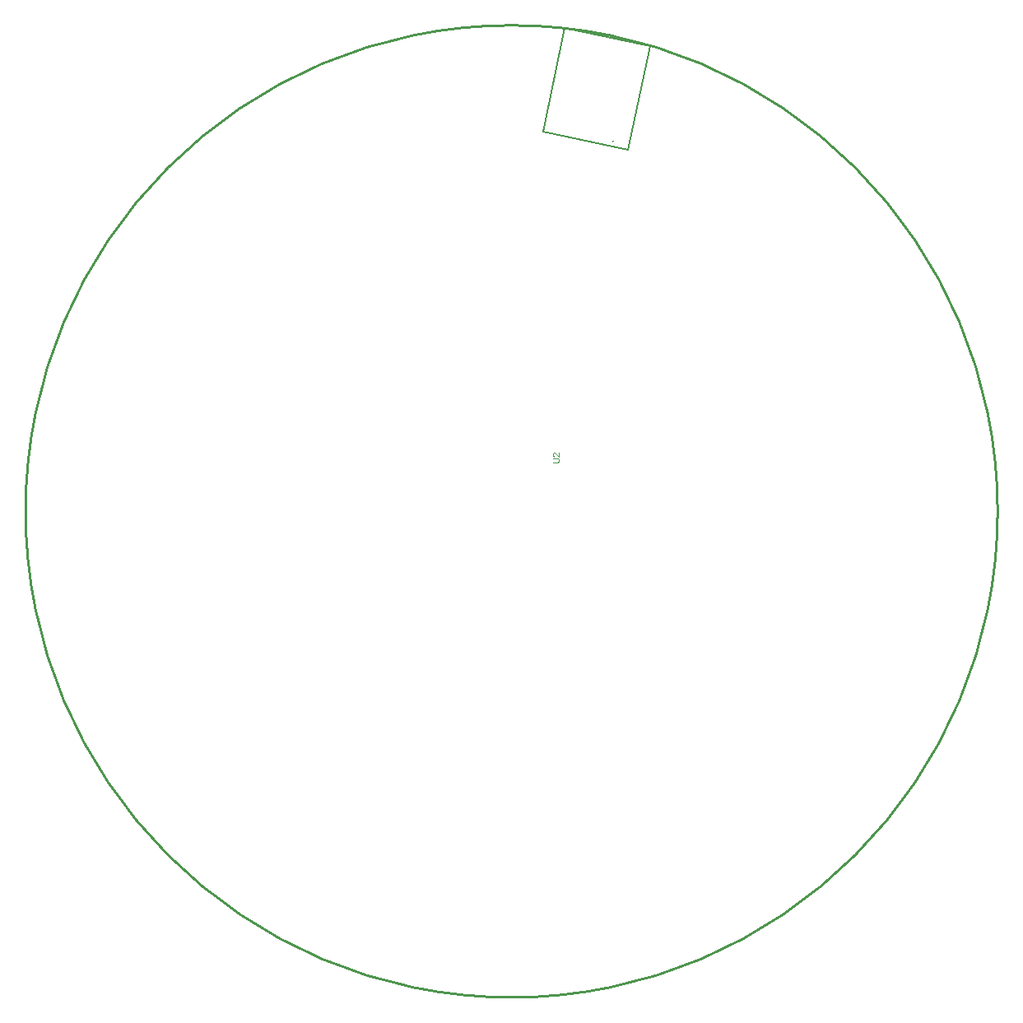
<source format=gm1>
G04 Layer_Color=16711935*
%FSLAX25Y25*%
%MOIN*%
G70*
G01*
G75*
%ADD65C,0.01000*%
%ADD84C,0.00500*%
%ADD85C,0.00315*%
D65*
X196850Y0D02*
G03*
X196850Y0I-196850J0D01*
G01*
D84*
X41138Y149833D02*
G03*
X41138Y149833I-236J0D01*
G01*
X47163Y146530D02*
X56044Y188313D01*
X21539Y195647D02*
X56044Y188313D01*
X12658Y153864D02*
X21539Y195647D01*
X12658Y153864D02*
X47163Y146530D01*
D85*
X16818Y19917D02*
X18786D01*
X19179Y20311D01*
Y21098D01*
X18786Y21492D01*
X16818D01*
X19179Y23853D02*
Y22279D01*
X17605Y23853D01*
X17211D01*
X16818Y23460D01*
Y22672D01*
X17211Y22279D01*
M02*

</source>
